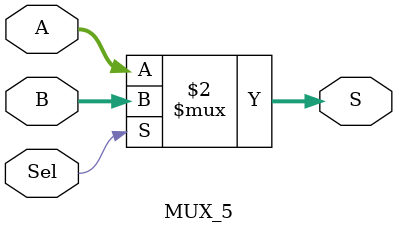
<source format=v>
module MUX_5(A, B, Sel, S);
input [4:0] A, B;
input Sel;
output [4:0] S;
//選擇 Register destination 是 rd還是rt
assign S = (Sel == 1'b0) ? A : B;

endmodule

</source>
